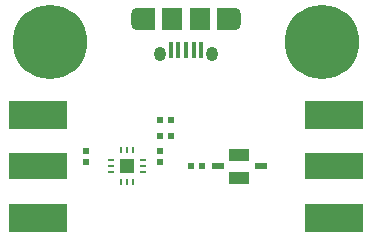
<source format=gbr>
G04 #@! TF.GenerationSoftware,KiCad,Pcbnew,5.0.1-33cea8e~68~ubuntu16.04.1*
G04 #@! TF.CreationDate,2018-11-05T16:05:36+00:00*
G04 #@! TF.ProjectId,lna,6C6E612E6B696361645F706362000000,rev?*
G04 #@! TF.SameCoordinates,Original*
G04 #@! TF.FileFunction,Soldermask,Top*
G04 #@! TF.FilePolarity,Negative*
%FSLAX46Y46*%
G04 Gerber Fmt 4.6, Leading zero omitted, Abs format (unit mm)*
G04 Created by KiCad (PCBNEW 5.0.1-33cea8e~68~ubuntu16.04.1) date Mon 05 Nov 2018 04:05:36 PM GMT*
%MOMM*%
%LPD*%
G01*
G04 APERTURE LIST*
%ADD10R,0.620000X0.620000*%
%ADD11R,1.750000X0.990000*%
%ADD12R,0.990000X0.610000*%
%ADD13R,0.510000X0.250000*%
%ADD14R,0.250000X0.510000*%
%ADD15R,1.252000X1.252000*%
%ADD16R,0.400000X1.350000*%
%ADD17O,1.000000X1.250000*%
%ADD18R,1.800000X1.900000*%
%ADD19R,1.575000X1.900000*%
%ADD20O,1.000000X1.900000*%
%ADD21R,5.000000X2.300000*%
%ADD22R,5.000000X2.400000*%
%ADD23C,6.300000*%
%ADD24C,0.600000*%
G04 APERTURE END LIST*
D10*
G04 #@! TO.C,C1*
X63690000Y-71440000D03*
X62790000Y-71440000D03*
G04 #@! TD*
G04 #@! TO.C,C2*
X62790000Y-70030000D03*
X63690000Y-70030000D03*
G04 #@! TD*
G04 #@! TO.C,C3*
X65450000Y-74000000D03*
X66350000Y-74000000D03*
G04 #@! TD*
D11*
G04 #@! TO.C,F1*
X69500000Y-72990000D03*
D12*
X71310000Y-74000000D03*
D11*
X69500000Y-75010000D03*
D12*
X67690000Y-74000000D03*
G04 #@! TD*
D13*
G04 #@! TO.C,IC1*
X58645000Y-73490000D03*
X58645000Y-74000000D03*
X58645000Y-74510000D03*
D14*
X59490000Y-75355000D03*
X60000000Y-75355000D03*
X60510000Y-75355000D03*
D13*
X61355000Y-74510000D03*
X61355000Y-74000000D03*
X61355000Y-73490000D03*
D14*
X60510000Y-72645000D03*
X60000000Y-72645000D03*
X59490000Y-72645000D03*
D15*
X60000000Y-74000000D03*
G04 #@! TD*
D16*
G04 #@! TO.C,J1*
X65000000Y-64175000D03*
X64350000Y-64175000D03*
X65650000Y-64175000D03*
X66300000Y-64175000D03*
X63700000Y-64175000D03*
D17*
X62775000Y-64500000D03*
X67225000Y-64500000D03*
D18*
X63850000Y-61500000D03*
X66150000Y-61500000D03*
D19*
X61612500Y-61500000D03*
D20*
X60825000Y-61500000D03*
D19*
X68387500Y-61500000D03*
D20*
X69175000Y-61500000D03*
G04 #@! TD*
D10*
G04 #@! TO.C,L1*
X56490000Y-73600000D03*
X56490000Y-72700000D03*
G04 #@! TD*
G04 #@! TO.C,L2*
X62790000Y-73600000D03*
X62790000Y-72700000D03*
G04 #@! TD*
D21*
G04 #@! TO.C,P1*
X52500000Y-74000000D03*
D22*
X52500000Y-78375000D03*
X52500000Y-69625000D03*
G04 #@! TD*
G04 #@! TO.C,P2*
X77500000Y-78375000D03*
X77500000Y-69625000D03*
D21*
X77500000Y-74000000D03*
G04 #@! TD*
D23*
G04 #@! TO.C,X1*
X53500000Y-63500000D03*
D24*
X53500000Y-61000000D03*
X56000000Y-63500000D03*
X53500000Y-66000000D03*
X51000000Y-63500000D03*
X51700000Y-61700000D03*
X55300000Y-61700000D03*
X51700000Y-65300000D03*
X55300000Y-65300000D03*
G04 #@! TD*
G04 #@! TO.C,X2*
X78300000Y-65300000D03*
X74700000Y-65300000D03*
X78300000Y-61700000D03*
X74700000Y-61700000D03*
X74000000Y-63500000D03*
X76500000Y-66000000D03*
X79000000Y-63500000D03*
X76500000Y-61000000D03*
D23*
X76500000Y-63500000D03*
G04 #@! TD*
M02*

</source>
